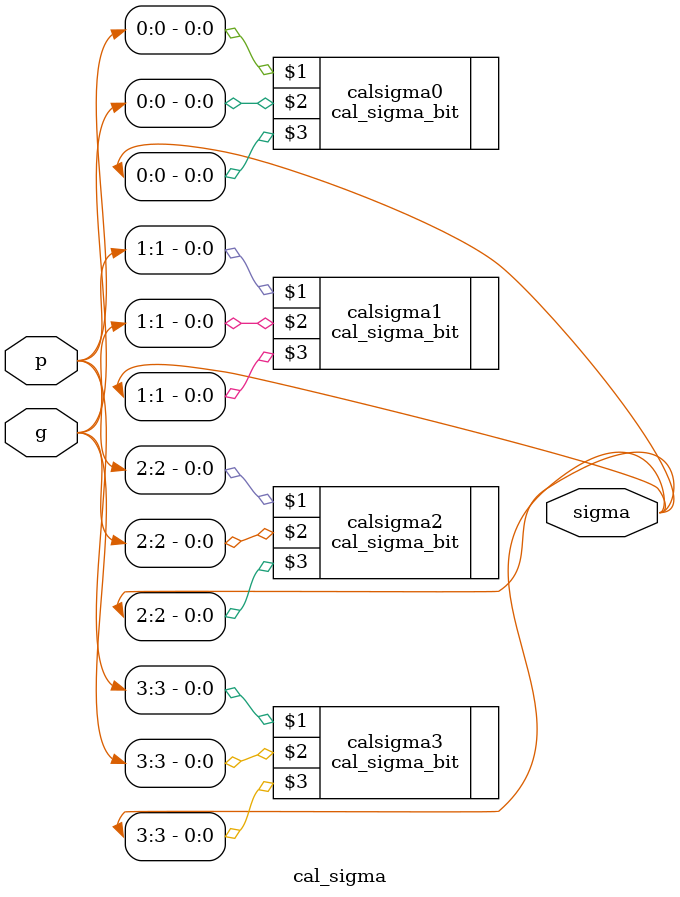
<source format=v>
`timescale 1ns / 1ps
module cal_sigma(
    input [3:0] p,
    input [3:0] g,
    output [3:0] sigma
    );
	 
	 cal_sigma_bit calsigma0 (p[0], g[0], sigma[0]);
	 cal_sigma_bit calsigma1 (p[1], g[1], sigma[1]);
	 cal_sigma_bit calsigma2 (p[2], g[2], sigma[2]);
	 cal_sigma_bit calsigma3 (p[3], g[3], sigma[3]);

endmodule

</source>
